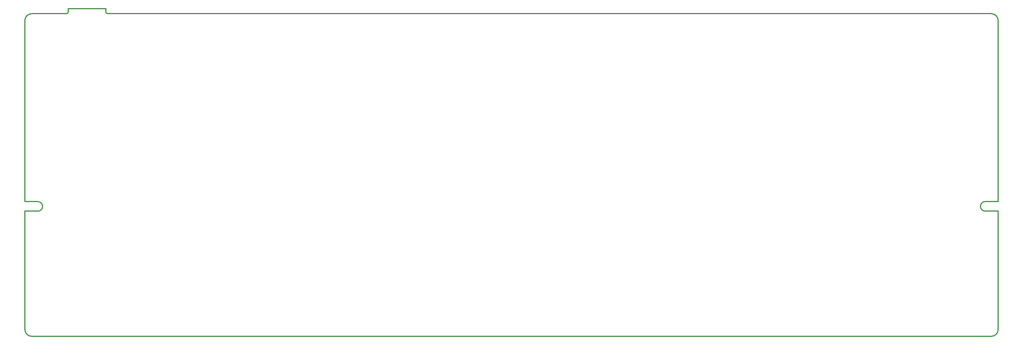
<source format=gbr>
%TF.GenerationSoftware,KiCad,Pcbnew,(5.1.6)-1*%
%TF.CreationDate,2020-08-12T01:23:20+02:00*%
%TF.ProjectId,boardswap,626f6172-6473-4776-9170-2e6b69636164,rev?*%
%TF.SameCoordinates,Original*%
%TF.FileFunction,Profile,NP*%
%FSLAX46Y46*%
G04 Gerber Fmt 4.6, Leading zero omitted, Abs format (unit mm)*
G04 Created by KiCad (PCBNEW (5.1.6)-1) date 2020-08-12 01:23:20*
%MOMM*%
%LPD*%
G01*
G04 APERTURE LIST*
%TA.AperFunction,Profile*%
%ADD10C,0.300000*%
%TD*%
G04 APERTURE END LIST*
D10*
%TO.C,REF\u002A\u002A*%
X-16675000Y128912500D02*
X264325000Y128912500D01*
X264325000Y223512500D02*
X5525000Y223512500D01*
X-18675000Y130912500D02*
X-18675000Y165612500D01*
X-18675000Y165612500D02*
X-14875000Y165612500D01*
X-14875000Y168412500D02*
X-18675000Y168412500D01*
X-18675000Y168412500D02*
X-18675000Y221512500D01*
X266325000Y165612500D02*
X266325000Y130912500D01*
X266325000Y168412500D02*
X266325000Y221512500D01*
X262525000Y165612500D02*
X266325000Y165612500D01*
X262525000Y168412500D02*
X266325000Y168412500D01*
X-5975000Y225012500D02*
X5025000Y225012500D01*
X-16675000Y223512500D02*
X-6475000Y223512500D01*
X-5976620Y224017840D02*
X-5976620Y225012500D01*
X5025000Y224012500D02*
X5026660Y225012500D01*
X-16675000Y223512500D02*
G75*
G03*
X-18675000Y221512500I0J-2000000D01*
G01*
X-18675000Y130912500D02*
G75*
G03*
X-16675000Y128912500I2000000J0D01*
G01*
X264325000Y128912500D02*
G75*
G03*
X266325000Y130912500I0J2000000D01*
G01*
X266325000Y221512500D02*
G75*
G03*
X264325000Y223512500I-2000000J0D01*
G01*
X-13475000Y167012500D02*
G75*
G03*
X-14875000Y168412500I-1400000J0D01*
G01*
X261125000Y167012500D02*
G75*
G02*
X262525000Y168412500I1400000J0D01*
G01*
X262525000Y165612500D02*
G75*
G02*
X261125000Y167012500I0J1400000D01*
G01*
X-14875000Y165612500D02*
G75*
G03*
X-13475000Y167012500I0J1400000D01*
G01*
X-6475000Y223512500D02*
G75*
G03*
X-5975000Y224012500I0J500000D01*
G01*
X5025000Y224012500D02*
G75*
G03*
X5525000Y223512500I500000J0D01*
G01*
%TD*%
M02*

</source>
